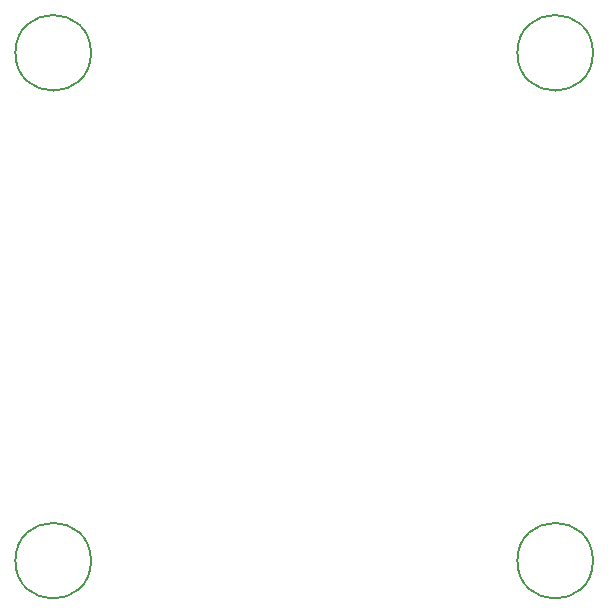
<source format=gbr>
%TF.GenerationSoftware,KiCad,Pcbnew,8.0.2*%
%TF.CreationDate,2024-09-12T21:38:04+02:00*%
%TF.ProjectId,splitX_pluggable_8p,73706c69-7458-45f7-906c-75676761626c,rev?*%
%TF.SameCoordinates,Original*%
%TF.FileFunction,Other,Comment*%
%FSLAX46Y46*%
G04 Gerber Fmt 4.6, Leading zero omitted, Abs format (unit mm)*
G04 Created by KiCad (PCBNEW 8.0.2) date 2024-09-12 21:38:04*
%MOMM*%
%LPD*%
G01*
G04 APERTURE LIST*
%ADD10C,0.150000*%
G04 APERTURE END LIST*
D10*
%TO.C,REF\u002A\u002A*%
X138200000Y-128500000D02*
G75*
G02*
X131800000Y-128500000I-3200000J0D01*
G01*
X131800000Y-128500000D02*
G75*
G02*
X138200000Y-128500000I3200000J0D01*
G01*
X180700000Y-85500000D02*
G75*
G02*
X174300000Y-85500000I-3200000J0D01*
G01*
X174300000Y-85500000D02*
G75*
G02*
X180700000Y-85500000I3200000J0D01*
G01*
X138200000Y-85500000D02*
G75*
G02*
X131800000Y-85500000I-3200000J0D01*
G01*
X131800000Y-85500000D02*
G75*
G02*
X138200000Y-85500000I3200000J0D01*
G01*
X180700000Y-128500000D02*
G75*
G02*
X174300000Y-128500000I-3200000J0D01*
G01*
X174300000Y-128500000D02*
G75*
G02*
X180700000Y-128500000I3200000J0D01*
G01*
%TD*%
M02*

</source>
